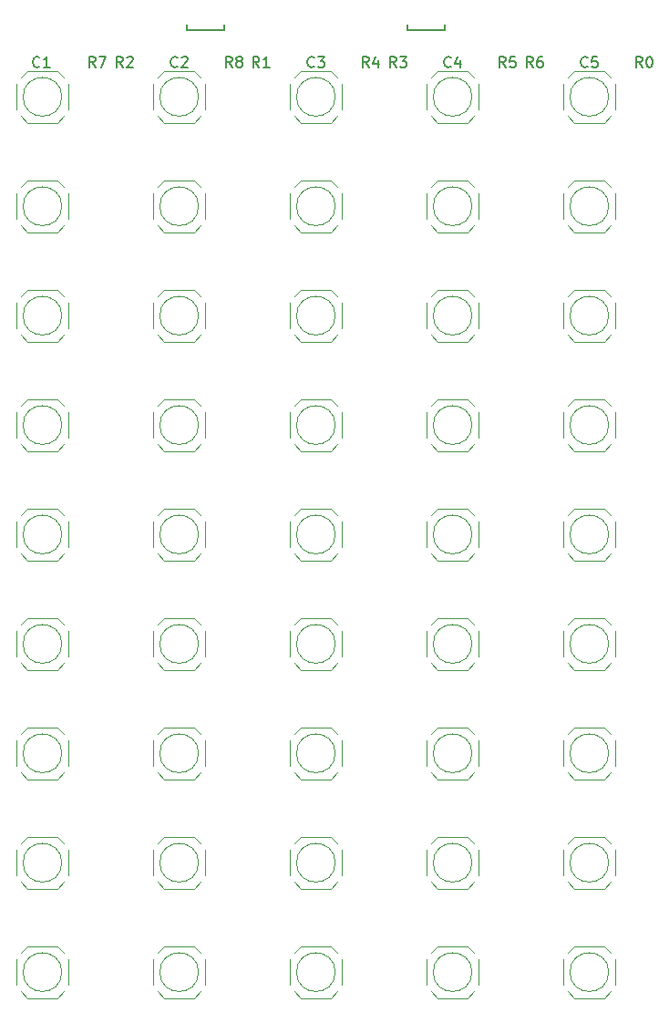
<source format=gbr>
%TF.GenerationSoftware,KiCad,Pcbnew,8.0.8*%
%TF.CreationDate,2025-01-17T20:21:58+11:00*%
%TF.ProjectId,ti59_keyboard,74693539-5f6b-4657-9962-6f6172642e6b,1*%
%TF.SameCoordinates,Original*%
%TF.FileFunction,Legend,Top*%
%TF.FilePolarity,Positive*%
%FSLAX46Y46*%
G04 Gerber Fmt 4.6, Leading zero omitted, Abs format (unit mm)*
G04 Created by KiCad (PCBNEW 8.0.8) date 2025-01-17 20:21:58*
%MOMM*%
%LPD*%
G01*
G04 APERTURE LIST*
%ADD10C,0.150000*%
%ADD11C,0.120000*%
G04 APERTURE END LIST*
D10*
X8500000Y-500000D02*
X8500000Y-1000000D01*
X-8500000Y-1000000D02*
X-8500000Y-500000D01*
X-8500000Y-1000000D02*
X-12000000Y-1000000D01*
X8500000Y-1000000D02*
X12000000Y-1000000D01*
X12000000Y-1000000D02*
X12000000Y-500000D01*
X-12000000Y-500000D02*
X-12000000Y-1000000D01*
X20153333Y-4454819D02*
X19820000Y-3978628D01*
X19581905Y-4454819D02*
X19581905Y-3454819D01*
X19581905Y-3454819D02*
X19962857Y-3454819D01*
X19962857Y-3454819D02*
X20058095Y-3502438D01*
X20058095Y-3502438D02*
X20105714Y-3550057D01*
X20105714Y-3550057D02*
X20153333Y-3645295D01*
X20153333Y-3645295D02*
X20153333Y-3788152D01*
X20153333Y-3788152D02*
X20105714Y-3883390D01*
X20105714Y-3883390D02*
X20058095Y-3931009D01*
X20058095Y-3931009D02*
X19962857Y-3978628D01*
X19962857Y-3978628D02*
X19581905Y-3978628D01*
X21010476Y-3454819D02*
X20820000Y-3454819D01*
X20820000Y-3454819D02*
X20724762Y-3502438D01*
X20724762Y-3502438D02*
X20677143Y-3550057D01*
X20677143Y-3550057D02*
X20581905Y-3692914D01*
X20581905Y-3692914D02*
X20534286Y-3883390D01*
X20534286Y-3883390D02*
X20534286Y-4264342D01*
X20534286Y-4264342D02*
X20581905Y-4359580D01*
X20581905Y-4359580D02*
X20629524Y-4407200D01*
X20629524Y-4407200D02*
X20724762Y-4454819D01*
X20724762Y-4454819D02*
X20915238Y-4454819D01*
X20915238Y-4454819D02*
X21010476Y-4407200D01*
X21010476Y-4407200D02*
X21058095Y-4359580D01*
X21058095Y-4359580D02*
X21105714Y-4264342D01*
X21105714Y-4264342D02*
X21105714Y-4026247D01*
X21105714Y-4026247D02*
X21058095Y-3931009D01*
X21058095Y-3931009D02*
X21010476Y-3883390D01*
X21010476Y-3883390D02*
X20915238Y-3835771D01*
X20915238Y-3835771D02*
X20724762Y-3835771D01*
X20724762Y-3835771D02*
X20629524Y-3883390D01*
X20629524Y-3883390D02*
X20581905Y-3931009D01*
X20581905Y-3931009D02*
X20534286Y-4026247D01*
X-12866666Y-4359580D02*
X-12914285Y-4407200D01*
X-12914285Y-4407200D02*
X-13057142Y-4454819D01*
X-13057142Y-4454819D02*
X-13152380Y-4454819D01*
X-13152380Y-4454819D02*
X-13295237Y-4407200D01*
X-13295237Y-4407200D02*
X-13390475Y-4311961D01*
X-13390475Y-4311961D02*
X-13438094Y-4216723D01*
X-13438094Y-4216723D02*
X-13485713Y-4026247D01*
X-13485713Y-4026247D02*
X-13485713Y-3883390D01*
X-13485713Y-3883390D02*
X-13438094Y-3692914D01*
X-13438094Y-3692914D02*
X-13390475Y-3597676D01*
X-13390475Y-3597676D02*
X-13295237Y-3502438D01*
X-13295237Y-3502438D02*
X-13152380Y-3454819D01*
X-13152380Y-3454819D02*
X-13057142Y-3454819D01*
X-13057142Y-3454819D02*
X-12914285Y-3502438D01*
X-12914285Y-3502438D02*
X-12866666Y-3550057D01*
X-12485713Y-3550057D02*
X-12438094Y-3502438D01*
X-12438094Y-3502438D02*
X-12342856Y-3454819D01*
X-12342856Y-3454819D02*
X-12104761Y-3454819D01*
X-12104761Y-3454819D02*
X-12009523Y-3502438D01*
X-12009523Y-3502438D02*
X-11961904Y-3550057D01*
X-11961904Y-3550057D02*
X-11914285Y-3645295D01*
X-11914285Y-3645295D02*
X-11914285Y-3740533D01*
X-11914285Y-3740533D02*
X-11961904Y-3883390D01*
X-11961904Y-3883390D02*
X-12533332Y-4454819D01*
X-12533332Y-4454819D02*
X-11914285Y-4454819D01*
X25233333Y-4359580D02*
X25185714Y-4407200D01*
X25185714Y-4407200D02*
X25042857Y-4454819D01*
X25042857Y-4454819D02*
X24947619Y-4454819D01*
X24947619Y-4454819D02*
X24804762Y-4407200D01*
X24804762Y-4407200D02*
X24709524Y-4311961D01*
X24709524Y-4311961D02*
X24661905Y-4216723D01*
X24661905Y-4216723D02*
X24614286Y-4026247D01*
X24614286Y-4026247D02*
X24614286Y-3883390D01*
X24614286Y-3883390D02*
X24661905Y-3692914D01*
X24661905Y-3692914D02*
X24709524Y-3597676D01*
X24709524Y-3597676D02*
X24804762Y-3502438D01*
X24804762Y-3502438D02*
X24947619Y-3454819D01*
X24947619Y-3454819D02*
X25042857Y-3454819D01*
X25042857Y-3454819D02*
X25185714Y-3502438D01*
X25185714Y-3502438D02*
X25233333Y-3550057D01*
X26138095Y-3454819D02*
X25661905Y-3454819D01*
X25661905Y-3454819D02*
X25614286Y-3931009D01*
X25614286Y-3931009D02*
X25661905Y-3883390D01*
X25661905Y-3883390D02*
X25757143Y-3835771D01*
X25757143Y-3835771D02*
X25995238Y-3835771D01*
X25995238Y-3835771D02*
X26090476Y-3883390D01*
X26090476Y-3883390D02*
X26138095Y-3931009D01*
X26138095Y-3931009D02*
X26185714Y-4026247D01*
X26185714Y-4026247D02*
X26185714Y-4264342D01*
X26185714Y-4264342D02*
X26138095Y-4359580D01*
X26138095Y-4359580D02*
X26090476Y-4407200D01*
X26090476Y-4407200D02*
X25995238Y-4454819D01*
X25995238Y-4454819D02*
X25757143Y-4454819D01*
X25757143Y-4454819D02*
X25661905Y-4407200D01*
X25661905Y-4407200D02*
X25614286Y-4359580D01*
X-166666Y-4359580D02*
X-214285Y-4407200D01*
X-214285Y-4407200D02*
X-357142Y-4454819D01*
X-357142Y-4454819D02*
X-452380Y-4454819D01*
X-452380Y-4454819D02*
X-595237Y-4407200D01*
X-595237Y-4407200D02*
X-690475Y-4311961D01*
X-690475Y-4311961D02*
X-738094Y-4216723D01*
X-738094Y-4216723D02*
X-785713Y-4026247D01*
X-785713Y-4026247D02*
X-785713Y-3883390D01*
X-785713Y-3883390D02*
X-738094Y-3692914D01*
X-738094Y-3692914D02*
X-690475Y-3597676D01*
X-690475Y-3597676D02*
X-595237Y-3502438D01*
X-595237Y-3502438D02*
X-452380Y-3454819D01*
X-452380Y-3454819D02*
X-357142Y-3454819D01*
X-357142Y-3454819D02*
X-214285Y-3502438D01*
X-214285Y-3502438D02*
X-166666Y-3550057D01*
X166667Y-3454819D02*
X785714Y-3454819D01*
X785714Y-3454819D02*
X452381Y-3835771D01*
X452381Y-3835771D02*
X595238Y-3835771D01*
X595238Y-3835771D02*
X690476Y-3883390D01*
X690476Y-3883390D02*
X738095Y-3931009D01*
X738095Y-3931009D02*
X785714Y-4026247D01*
X785714Y-4026247D02*
X785714Y-4264342D01*
X785714Y-4264342D02*
X738095Y-4359580D01*
X738095Y-4359580D02*
X690476Y-4407200D01*
X690476Y-4407200D02*
X595238Y-4454819D01*
X595238Y-4454819D02*
X309524Y-4454819D01*
X309524Y-4454819D02*
X214286Y-4407200D01*
X214286Y-4407200D02*
X166667Y-4359580D01*
X4913333Y-4454819D02*
X4580000Y-3978628D01*
X4341905Y-4454819D02*
X4341905Y-3454819D01*
X4341905Y-3454819D02*
X4722857Y-3454819D01*
X4722857Y-3454819D02*
X4818095Y-3502438D01*
X4818095Y-3502438D02*
X4865714Y-3550057D01*
X4865714Y-3550057D02*
X4913333Y-3645295D01*
X4913333Y-3645295D02*
X4913333Y-3788152D01*
X4913333Y-3788152D02*
X4865714Y-3883390D01*
X4865714Y-3883390D02*
X4818095Y-3931009D01*
X4818095Y-3931009D02*
X4722857Y-3978628D01*
X4722857Y-3978628D02*
X4341905Y-3978628D01*
X5770476Y-3788152D02*
X5770476Y-4454819D01*
X5532381Y-3407200D02*
X5294286Y-4121485D01*
X5294286Y-4121485D02*
X5913333Y-4121485D01*
X-20486666Y-4454819D02*
X-20819999Y-3978628D01*
X-21058094Y-4454819D02*
X-21058094Y-3454819D01*
X-21058094Y-3454819D02*
X-20677142Y-3454819D01*
X-20677142Y-3454819D02*
X-20581904Y-3502438D01*
X-20581904Y-3502438D02*
X-20534285Y-3550057D01*
X-20534285Y-3550057D02*
X-20486666Y-3645295D01*
X-20486666Y-3645295D02*
X-20486666Y-3788152D01*
X-20486666Y-3788152D02*
X-20534285Y-3883390D01*
X-20534285Y-3883390D02*
X-20581904Y-3931009D01*
X-20581904Y-3931009D02*
X-20677142Y-3978628D01*
X-20677142Y-3978628D02*
X-21058094Y-3978628D01*
X-20153332Y-3454819D02*
X-19486666Y-3454819D01*
X-19486666Y-3454819D02*
X-19915237Y-4454819D01*
X12533333Y-4359580D02*
X12485714Y-4407200D01*
X12485714Y-4407200D02*
X12342857Y-4454819D01*
X12342857Y-4454819D02*
X12247619Y-4454819D01*
X12247619Y-4454819D02*
X12104762Y-4407200D01*
X12104762Y-4407200D02*
X12009524Y-4311961D01*
X12009524Y-4311961D02*
X11961905Y-4216723D01*
X11961905Y-4216723D02*
X11914286Y-4026247D01*
X11914286Y-4026247D02*
X11914286Y-3883390D01*
X11914286Y-3883390D02*
X11961905Y-3692914D01*
X11961905Y-3692914D02*
X12009524Y-3597676D01*
X12009524Y-3597676D02*
X12104762Y-3502438D01*
X12104762Y-3502438D02*
X12247619Y-3454819D01*
X12247619Y-3454819D02*
X12342857Y-3454819D01*
X12342857Y-3454819D02*
X12485714Y-3502438D01*
X12485714Y-3502438D02*
X12533333Y-3550057D01*
X13390476Y-3788152D02*
X13390476Y-4454819D01*
X13152381Y-3407200D02*
X12914286Y-4121485D01*
X12914286Y-4121485D02*
X13533333Y-4121485D01*
X-17946666Y-4454819D02*
X-18279999Y-3978628D01*
X-18518094Y-4454819D02*
X-18518094Y-3454819D01*
X-18518094Y-3454819D02*
X-18137142Y-3454819D01*
X-18137142Y-3454819D02*
X-18041904Y-3502438D01*
X-18041904Y-3502438D02*
X-17994285Y-3550057D01*
X-17994285Y-3550057D02*
X-17946666Y-3645295D01*
X-17946666Y-3645295D02*
X-17946666Y-3788152D01*
X-17946666Y-3788152D02*
X-17994285Y-3883390D01*
X-17994285Y-3883390D02*
X-18041904Y-3931009D01*
X-18041904Y-3931009D02*
X-18137142Y-3978628D01*
X-18137142Y-3978628D02*
X-18518094Y-3978628D01*
X-17565713Y-3550057D02*
X-17518094Y-3502438D01*
X-17518094Y-3502438D02*
X-17422856Y-3454819D01*
X-17422856Y-3454819D02*
X-17184761Y-3454819D01*
X-17184761Y-3454819D02*
X-17089523Y-3502438D01*
X-17089523Y-3502438D02*
X-17041904Y-3550057D01*
X-17041904Y-3550057D02*
X-16994285Y-3645295D01*
X-16994285Y-3645295D02*
X-16994285Y-3740533D01*
X-16994285Y-3740533D02*
X-17041904Y-3883390D01*
X-17041904Y-3883390D02*
X-17613332Y-4454819D01*
X-17613332Y-4454819D02*
X-16994285Y-4454819D01*
X-5266666Y-4454819D02*
X-5599999Y-3978628D01*
X-5838094Y-4454819D02*
X-5838094Y-3454819D01*
X-5838094Y-3454819D02*
X-5457142Y-3454819D01*
X-5457142Y-3454819D02*
X-5361904Y-3502438D01*
X-5361904Y-3502438D02*
X-5314285Y-3550057D01*
X-5314285Y-3550057D02*
X-5266666Y-3645295D01*
X-5266666Y-3645295D02*
X-5266666Y-3788152D01*
X-5266666Y-3788152D02*
X-5314285Y-3883390D01*
X-5314285Y-3883390D02*
X-5361904Y-3931009D01*
X-5361904Y-3931009D02*
X-5457142Y-3978628D01*
X-5457142Y-3978628D02*
X-5838094Y-3978628D01*
X-4314285Y-4454819D02*
X-4885713Y-4454819D01*
X-4599999Y-4454819D02*
X-4599999Y-3454819D01*
X-4599999Y-3454819D02*
X-4695237Y-3597676D01*
X-4695237Y-3597676D02*
X-4790475Y-3692914D01*
X-4790475Y-3692914D02*
X-4885713Y-3740533D01*
X17613333Y-4454819D02*
X17280000Y-3978628D01*
X17041905Y-4454819D02*
X17041905Y-3454819D01*
X17041905Y-3454819D02*
X17422857Y-3454819D01*
X17422857Y-3454819D02*
X17518095Y-3502438D01*
X17518095Y-3502438D02*
X17565714Y-3550057D01*
X17565714Y-3550057D02*
X17613333Y-3645295D01*
X17613333Y-3645295D02*
X17613333Y-3788152D01*
X17613333Y-3788152D02*
X17565714Y-3883390D01*
X17565714Y-3883390D02*
X17518095Y-3931009D01*
X17518095Y-3931009D02*
X17422857Y-3978628D01*
X17422857Y-3978628D02*
X17041905Y-3978628D01*
X18518095Y-3454819D02*
X18041905Y-3454819D01*
X18041905Y-3454819D02*
X17994286Y-3931009D01*
X17994286Y-3931009D02*
X18041905Y-3883390D01*
X18041905Y-3883390D02*
X18137143Y-3835771D01*
X18137143Y-3835771D02*
X18375238Y-3835771D01*
X18375238Y-3835771D02*
X18470476Y-3883390D01*
X18470476Y-3883390D02*
X18518095Y-3931009D01*
X18518095Y-3931009D02*
X18565714Y-4026247D01*
X18565714Y-4026247D02*
X18565714Y-4264342D01*
X18565714Y-4264342D02*
X18518095Y-4359580D01*
X18518095Y-4359580D02*
X18470476Y-4407200D01*
X18470476Y-4407200D02*
X18375238Y-4454819D01*
X18375238Y-4454819D02*
X18137143Y-4454819D01*
X18137143Y-4454819D02*
X18041905Y-4407200D01*
X18041905Y-4407200D02*
X17994286Y-4359580D01*
X30313333Y-4454819D02*
X29980000Y-3978628D01*
X29741905Y-4454819D02*
X29741905Y-3454819D01*
X29741905Y-3454819D02*
X30122857Y-3454819D01*
X30122857Y-3454819D02*
X30218095Y-3502438D01*
X30218095Y-3502438D02*
X30265714Y-3550057D01*
X30265714Y-3550057D02*
X30313333Y-3645295D01*
X30313333Y-3645295D02*
X30313333Y-3788152D01*
X30313333Y-3788152D02*
X30265714Y-3883390D01*
X30265714Y-3883390D02*
X30218095Y-3931009D01*
X30218095Y-3931009D02*
X30122857Y-3978628D01*
X30122857Y-3978628D02*
X29741905Y-3978628D01*
X30932381Y-3454819D02*
X31027619Y-3454819D01*
X31027619Y-3454819D02*
X31122857Y-3502438D01*
X31122857Y-3502438D02*
X31170476Y-3550057D01*
X31170476Y-3550057D02*
X31218095Y-3645295D01*
X31218095Y-3645295D02*
X31265714Y-3835771D01*
X31265714Y-3835771D02*
X31265714Y-4073866D01*
X31265714Y-4073866D02*
X31218095Y-4264342D01*
X31218095Y-4264342D02*
X31170476Y-4359580D01*
X31170476Y-4359580D02*
X31122857Y-4407200D01*
X31122857Y-4407200D02*
X31027619Y-4454819D01*
X31027619Y-4454819D02*
X30932381Y-4454819D01*
X30932381Y-4454819D02*
X30837143Y-4407200D01*
X30837143Y-4407200D02*
X30789524Y-4359580D01*
X30789524Y-4359580D02*
X30741905Y-4264342D01*
X30741905Y-4264342D02*
X30694286Y-4073866D01*
X30694286Y-4073866D02*
X30694286Y-3835771D01*
X30694286Y-3835771D02*
X30741905Y-3645295D01*
X30741905Y-3645295D02*
X30789524Y-3550057D01*
X30789524Y-3550057D02*
X30837143Y-3502438D01*
X30837143Y-3502438D02*
X30932381Y-3454819D01*
X-7786666Y-4454819D02*
X-8119999Y-3978628D01*
X-8358094Y-4454819D02*
X-8358094Y-3454819D01*
X-8358094Y-3454819D02*
X-7977142Y-3454819D01*
X-7977142Y-3454819D02*
X-7881904Y-3502438D01*
X-7881904Y-3502438D02*
X-7834285Y-3550057D01*
X-7834285Y-3550057D02*
X-7786666Y-3645295D01*
X-7786666Y-3645295D02*
X-7786666Y-3788152D01*
X-7786666Y-3788152D02*
X-7834285Y-3883390D01*
X-7834285Y-3883390D02*
X-7881904Y-3931009D01*
X-7881904Y-3931009D02*
X-7977142Y-3978628D01*
X-7977142Y-3978628D02*
X-8358094Y-3978628D01*
X-7215237Y-3883390D02*
X-7310475Y-3835771D01*
X-7310475Y-3835771D02*
X-7358094Y-3788152D01*
X-7358094Y-3788152D02*
X-7405713Y-3692914D01*
X-7405713Y-3692914D02*
X-7405713Y-3645295D01*
X-7405713Y-3645295D02*
X-7358094Y-3550057D01*
X-7358094Y-3550057D02*
X-7310475Y-3502438D01*
X-7310475Y-3502438D02*
X-7215237Y-3454819D01*
X-7215237Y-3454819D02*
X-7024761Y-3454819D01*
X-7024761Y-3454819D02*
X-6929523Y-3502438D01*
X-6929523Y-3502438D02*
X-6881904Y-3550057D01*
X-6881904Y-3550057D02*
X-6834285Y-3645295D01*
X-6834285Y-3645295D02*
X-6834285Y-3692914D01*
X-6834285Y-3692914D02*
X-6881904Y-3788152D01*
X-6881904Y-3788152D02*
X-6929523Y-3835771D01*
X-6929523Y-3835771D02*
X-7024761Y-3883390D01*
X-7024761Y-3883390D02*
X-7215237Y-3883390D01*
X-7215237Y-3883390D02*
X-7310475Y-3931009D01*
X-7310475Y-3931009D02*
X-7358094Y-3978628D01*
X-7358094Y-3978628D02*
X-7405713Y-4073866D01*
X-7405713Y-4073866D02*
X-7405713Y-4264342D01*
X-7405713Y-4264342D02*
X-7358094Y-4359580D01*
X-7358094Y-4359580D02*
X-7310475Y-4407200D01*
X-7310475Y-4407200D02*
X-7215237Y-4454819D01*
X-7215237Y-4454819D02*
X-7024761Y-4454819D01*
X-7024761Y-4454819D02*
X-6929523Y-4407200D01*
X-6929523Y-4407200D02*
X-6881904Y-4359580D01*
X-6881904Y-4359580D02*
X-6834285Y-4264342D01*
X-6834285Y-4264342D02*
X-6834285Y-4073866D01*
X-6834285Y-4073866D02*
X-6881904Y-3978628D01*
X-6881904Y-3978628D02*
X-6929523Y-3931009D01*
X-6929523Y-3931009D02*
X-7024761Y-3883390D01*
X7453333Y-4454819D02*
X7120000Y-3978628D01*
X6881905Y-4454819D02*
X6881905Y-3454819D01*
X6881905Y-3454819D02*
X7262857Y-3454819D01*
X7262857Y-3454819D02*
X7358095Y-3502438D01*
X7358095Y-3502438D02*
X7405714Y-3550057D01*
X7405714Y-3550057D02*
X7453333Y-3645295D01*
X7453333Y-3645295D02*
X7453333Y-3788152D01*
X7453333Y-3788152D02*
X7405714Y-3883390D01*
X7405714Y-3883390D02*
X7358095Y-3931009D01*
X7358095Y-3931009D02*
X7262857Y-3978628D01*
X7262857Y-3978628D02*
X6881905Y-3978628D01*
X7786667Y-3454819D02*
X8405714Y-3454819D01*
X8405714Y-3454819D02*
X8072381Y-3835771D01*
X8072381Y-3835771D02*
X8215238Y-3835771D01*
X8215238Y-3835771D02*
X8310476Y-3883390D01*
X8310476Y-3883390D02*
X8358095Y-3931009D01*
X8358095Y-3931009D02*
X8405714Y-4026247D01*
X8405714Y-4026247D02*
X8405714Y-4264342D01*
X8405714Y-4264342D02*
X8358095Y-4359580D01*
X8358095Y-4359580D02*
X8310476Y-4407200D01*
X8310476Y-4407200D02*
X8215238Y-4454819D01*
X8215238Y-4454819D02*
X7929524Y-4454819D01*
X7929524Y-4454819D02*
X7834286Y-4407200D01*
X7834286Y-4407200D02*
X7786667Y-4359580D01*
X-25666666Y-4359580D02*
X-25714285Y-4407200D01*
X-25714285Y-4407200D02*
X-25857142Y-4454819D01*
X-25857142Y-4454819D02*
X-25952380Y-4454819D01*
X-25952380Y-4454819D02*
X-26095237Y-4407200D01*
X-26095237Y-4407200D02*
X-26190475Y-4311961D01*
X-26190475Y-4311961D02*
X-26238094Y-4216723D01*
X-26238094Y-4216723D02*
X-26285713Y-4026247D01*
X-26285713Y-4026247D02*
X-26285713Y-3883390D01*
X-26285713Y-3883390D02*
X-26238094Y-3692914D01*
X-26238094Y-3692914D02*
X-26190475Y-3597676D01*
X-26190475Y-3597676D02*
X-26095237Y-3502438D01*
X-26095237Y-3502438D02*
X-25952380Y-3454819D01*
X-25952380Y-3454819D02*
X-25857142Y-3454819D01*
X-25857142Y-3454819D02*
X-25714285Y-3502438D01*
X-25714285Y-3502438D02*
X-25666666Y-3550057D01*
X-24714285Y-4454819D02*
X-25285713Y-4454819D01*
X-24999999Y-4454819D02*
X-24999999Y-3454819D01*
X-24999999Y-3454819D02*
X-25095237Y-3597676D01*
X-25095237Y-3597676D02*
X-25190475Y-3692914D01*
X-25190475Y-3692914D02*
X-25285713Y-3740533D01*
D11*
%TO.C,SW1*%
X-27800000Y-18550000D02*
X-27800000Y-16150000D01*
X-27400000Y-15550000D02*
X-26800000Y-14950000D01*
X-26800000Y-14950000D02*
X-24000000Y-14950000D01*
X-26800000Y-19750000D02*
X-27400000Y-19150000D01*
X-24000000Y-14950000D02*
X-23400000Y-15550000D01*
X-24000000Y-19750000D02*
X-26800000Y-19750000D01*
X-23400000Y-19150000D02*
X-24000000Y-19750000D01*
X-23000000Y-16150000D02*
X-23000000Y-18550000D01*
X-23600000Y-17350000D02*
G75*
G02*
X-27200000Y-17350000I-1800000J0D01*
G01*
X-27200000Y-17350000D02*
G75*
G02*
X-23600000Y-17350000I1800000J0D01*
G01*
%TO.C,SW27*%
X-15100000Y-69350000D02*
X-15100000Y-66950000D01*
X-14700000Y-66350000D02*
X-14100000Y-65750000D01*
X-14100000Y-65750000D02*
X-11300000Y-65750000D01*
X-14100000Y-70550000D02*
X-14700000Y-69950000D01*
X-11300000Y-65750000D02*
X-10700000Y-66350000D01*
X-11300000Y-70550000D02*
X-14100000Y-70550000D01*
X-10700000Y-69950000D02*
X-11300000Y-70550000D01*
X-10300000Y-66950000D02*
X-10300000Y-69350000D01*
X-10900000Y-68150000D02*
G75*
G02*
X-14500000Y-68150000I-1800000J0D01*
G01*
X-14500000Y-68150000D02*
G75*
G02*
X-10900000Y-68150000I1800000J0D01*
G01*
%TO.C,SW7*%
X-15100000Y-28710000D02*
X-15100000Y-26310000D01*
X-14700000Y-25710000D02*
X-14100000Y-25110000D01*
X-14100000Y-25110000D02*
X-11300000Y-25110000D01*
X-14100000Y-29910000D02*
X-14700000Y-29310000D01*
X-11300000Y-25110000D02*
X-10700000Y-25710000D01*
X-11300000Y-29910000D02*
X-14100000Y-29910000D01*
X-10700000Y-29310000D02*
X-11300000Y-29910000D01*
X-10300000Y-26310000D02*
X-10300000Y-28710000D01*
X-10900000Y-27510000D02*
G75*
G02*
X-14500000Y-27510000I-1800000J0D01*
G01*
X-14500000Y-27510000D02*
G75*
G02*
X-10900000Y-27510000I1800000J0D01*
G01*
%TO.C,SW34*%
X10300000Y-79510000D02*
X10300000Y-77110000D01*
X10700000Y-76510000D02*
X11300000Y-75910000D01*
X11300000Y-75910000D02*
X14100000Y-75910000D01*
X11300000Y-80710000D02*
X10700000Y-80110000D01*
X14100000Y-75910000D02*
X14700000Y-76510000D01*
X14100000Y-80710000D02*
X11300000Y-80710000D01*
X14700000Y-80110000D02*
X14100000Y-80710000D01*
X15100000Y-77110000D02*
X15100000Y-79510000D01*
X14500000Y-78310000D02*
G75*
G02*
X10900000Y-78310000I-1800000J0D01*
G01*
X10900000Y-78310000D02*
G75*
G02*
X14500000Y-78310000I1800000J0D01*
G01*
%TO.C,SW44*%
X10300000Y-8390000D02*
X10300000Y-5990000D01*
X10700000Y-5390000D02*
X11300000Y-4790000D01*
X11300000Y-4790000D02*
X14100000Y-4790000D01*
X11300000Y-9590000D02*
X10700000Y-8990000D01*
X14100000Y-4790000D02*
X14700000Y-5390000D01*
X14100000Y-9590000D02*
X11300000Y-9590000D01*
X14700000Y-8990000D02*
X14100000Y-9590000D01*
X15100000Y-5990000D02*
X15100000Y-8390000D01*
X14500000Y-7190000D02*
G75*
G02*
X10900000Y-7190000I-1800000J0D01*
G01*
X10900000Y-7190000D02*
G75*
G02*
X14500000Y-7190000I1800000J0D01*
G01*
%TO.C,SW6*%
X-27800000Y-28710000D02*
X-27800000Y-26310000D01*
X-27400000Y-25710000D02*
X-26800000Y-25110000D01*
X-26800000Y-25110000D02*
X-24000000Y-25110000D01*
X-26800000Y-29910000D02*
X-27400000Y-29310000D01*
X-24000000Y-25110000D02*
X-23400000Y-25710000D01*
X-24000000Y-29910000D02*
X-26800000Y-29910000D01*
X-23400000Y-29310000D02*
X-24000000Y-29910000D01*
X-23000000Y-26310000D02*
X-23000000Y-28710000D01*
X-23600000Y-27510000D02*
G75*
G02*
X-27200000Y-27510000I-1800000J0D01*
G01*
X-27200000Y-27510000D02*
G75*
G02*
X-23600000Y-27510000I1800000J0D01*
G01*
%TO.C,SW33*%
X-2400000Y-79510000D02*
X-2400000Y-77110000D01*
X-2000000Y-76510000D02*
X-1400000Y-75910000D01*
X-1400000Y-75910000D02*
X1400000Y-75910000D01*
X-1400000Y-80710000D02*
X-2000000Y-80110000D01*
X1400000Y-75910000D02*
X2000000Y-76510000D01*
X1400000Y-80710000D02*
X-1400000Y-80710000D01*
X2000000Y-80110000D02*
X1400000Y-80710000D01*
X2400000Y-77110000D02*
X2400000Y-79510000D01*
X1800000Y-78310000D02*
G75*
G02*
X-1800000Y-78310000I-1800000J0D01*
G01*
X-1800000Y-78310000D02*
G75*
G02*
X1800000Y-78310000I1800000J0D01*
G01*
%TO.C,SW17*%
X-15100000Y-49030000D02*
X-15100000Y-46630000D01*
X-14700000Y-46030000D02*
X-14100000Y-45430000D01*
X-14100000Y-45430000D02*
X-11300000Y-45430000D01*
X-14100000Y-50230000D02*
X-14700000Y-49630000D01*
X-11300000Y-45430000D02*
X-10700000Y-46030000D01*
X-11300000Y-50230000D02*
X-14100000Y-50230000D01*
X-10700000Y-49630000D02*
X-11300000Y-50230000D01*
X-10300000Y-46630000D02*
X-10300000Y-49030000D01*
X-10900000Y-47830000D02*
G75*
G02*
X-14500000Y-47830000I-1800000J0D01*
G01*
X-14500000Y-47830000D02*
G75*
G02*
X-10900000Y-47830000I1800000J0D01*
G01*
%TO.C,SW2*%
X-15100000Y-18550000D02*
X-15100000Y-16150000D01*
X-14700000Y-15550000D02*
X-14100000Y-14950000D01*
X-14100000Y-14950000D02*
X-11300000Y-14950000D01*
X-14100000Y-19750000D02*
X-14700000Y-19150000D01*
X-11300000Y-14950000D02*
X-10700000Y-15550000D01*
X-11300000Y-19750000D02*
X-14100000Y-19750000D01*
X-10700000Y-19150000D02*
X-11300000Y-19750000D01*
X-10300000Y-16150000D02*
X-10300000Y-18550000D01*
X-10900000Y-17350000D02*
G75*
G02*
X-14500000Y-17350000I-1800000J0D01*
G01*
X-14500000Y-17350000D02*
G75*
G02*
X-10900000Y-17350000I1800000J0D01*
G01*
%TO.C,SW28*%
X-2400000Y-69350000D02*
X-2400000Y-66950000D01*
X-2000000Y-66350000D02*
X-1400000Y-65750000D01*
X-1400000Y-65750000D02*
X1400000Y-65750000D01*
X-1400000Y-70550000D02*
X-2000000Y-69950000D01*
X1400000Y-65750000D02*
X2000000Y-66350000D01*
X1400000Y-70550000D02*
X-1400000Y-70550000D01*
X2000000Y-69950000D02*
X1400000Y-70550000D01*
X2400000Y-66950000D02*
X2400000Y-69350000D01*
X1800000Y-68150000D02*
G75*
G02*
X-1800000Y-68150000I-1800000J0D01*
G01*
X-1800000Y-68150000D02*
G75*
G02*
X1800000Y-68150000I1800000J0D01*
G01*
%TO.C,SW19*%
X10300000Y-49030000D02*
X10300000Y-46630000D01*
X10700000Y-46030000D02*
X11300000Y-45430000D01*
X11300000Y-45430000D02*
X14100000Y-45430000D01*
X11300000Y-50230000D02*
X10700000Y-49630000D01*
X14100000Y-45430000D02*
X14700000Y-46030000D01*
X14100000Y-50230000D02*
X11300000Y-50230000D01*
X14700000Y-49630000D02*
X14100000Y-50230000D01*
X15100000Y-46630000D02*
X15100000Y-49030000D01*
X14500000Y-47830000D02*
G75*
G02*
X10900000Y-47830000I-1800000J0D01*
G01*
X10900000Y-47830000D02*
G75*
G02*
X14500000Y-47830000I1800000J0D01*
G01*
%TO.C,SW8*%
X-2400000Y-28710000D02*
X-2400000Y-26310000D01*
X-2000000Y-25710000D02*
X-1400000Y-25110000D01*
X-1400000Y-25110000D02*
X1400000Y-25110000D01*
X-1400000Y-29910000D02*
X-2000000Y-29310000D01*
X1400000Y-25110000D02*
X2000000Y-25710000D01*
X1400000Y-29910000D02*
X-1400000Y-29910000D01*
X2000000Y-29310000D02*
X1400000Y-29910000D01*
X2400000Y-26310000D02*
X2400000Y-28710000D01*
X1800000Y-27510000D02*
G75*
G02*
X-1800000Y-27510000I-1800000J0D01*
G01*
X-1800000Y-27510000D02*
G75*
G02*
X1800000Y-27510000I1800000J0D01*
G01*
%TO.C,SW40*%
X23000000Y-89670000D02*
X23000000Y-87270000D01*
X23400000Y-86670000D02*
X24000000Y-86070000D01*
X24000000Y-86070000D02*
X26800000Y-86070000D01*
X24000000Y-90870000D02*
X23400000Y-90270000D01*
X26800000Y-86070000D02*
X27400000Y-86670000D01*
X26800000Y-90870000D02*
X24000000Y-90870000D01*
X27400000Y-90270000D02*
X26800000Y-90870000D01*
X27800000Y-87270000D02*
X27800000Y-89670000D01*
X27200000Y-88470000D02*
G75*
G02*
X23600000Y-88470000I-1800000J0D01*
G01*
X23600000Y-88470000D02*
G75*
G02*
X27200000Y-88470000I1800000J0D01*
G01*
%TO.C,SW39*%
X10300000Y-89670000D02*
X10300000Y-87270000D01*
X10700000Y-86670000D02*
X11300000Y-86070000D01*
X11300000Y-86070000D02*
X14100000Y-86070000D01*
X11300000Y-90870000D02*
X10700000Y-90270000D01*
X14100000Y-86070000D02*
X14700000Y-86670000D01*
X14100000Y-90870000D02*
X11300000Y-90870000D01*
X14700000Y-90270000D02*
X14100000Y-90870000D01*
X15100000Y-87270000D02*
X15100000Y-89670000D01*
X14500000Y-88470000D02*
G75*
G02*
X10900000Y-88470000I-1800000J0D01*
G01*
X10900000Y-88470000D02*
G75*
G02*
X14500000Y-88470000I1800000J0D01*
G01*
%TO.C,SW20*%
X23000000Y-49030000D02*
X23000000Y-46630000D01*
X23400000Y-46030000D02*
X24000000Y-45430000D01*
X24000000Y-45430000D02*
X26800000Y-45430000D01*
X24000000Y-50230000D02*
X23400000Y-49630000D01*
X26800000Y-45430000D02*
X27400000Y-46030000D01*
X26800000Y-50230000D02*
X24000000Y-50230000D01*
X27400000Y-49630000D02*
X26800000Y-50230000D01*
X27800000Y-46630000D02*
X27800000Y-49030000D01*
X27200000Y-47830000D02*
G75*
G02*
X23600000Y-47830000I-1800000J0D01*
G01*
X23600000Y-47830000D02*
G75*
G02*
X27200000Y-47830000I1800000J0D01*
G01*
%TO.C,SW26*%
X-27800000Y-69350000D02*
X-27800000Y-66950000D01*
X-27400000Y-66350000D02*
X-26800000Y-65750000D01*
X-26800000Y-65750000D02*
X-24000000Y-65750000D01*
X-26800000Y-70550000D02*
X-27400000Y-69950000D01*
X-24000000Y-65750000D02*
X-23400000Y-66350000D01*
X-24000000Y-70550000D02*
X-26800000Y-70550000D01*
X-23400000Y-69950000D02*
X-24000000Y-70550000D01*
X-23000000Y-66950000D02*
X-23000000Y-69350000D01*
X-23600000Y-68150000D02*
G75*
G02*
X-27200000Y-68150000I-1800000J0D01*
G01*
X-27200000Y-68150000D02*
G75*
G02*
X-23600000Y-68150000I1800000J0D01*
G01*
%TO.C,SW45*%
X23000000Y-8390000D02*
X23000000Y-5990000D01*
X23400000Y-5390000D02*
X24000000Y-4790000D01*
X24000000Y-4790000D02*
X26800000Y-4790000D01*
X24000000Y-9590000D02*
X23400000Y-8990000D01*
X26800000Y-4790000D02*
X27400000Y-5390000D01*
X26800000Y-9590000D02*
X24000000Y-9590000D01*
X27400000Y-8990000D02*
X26800000Y-9590000D01*
X27800000Y-5990000D02*
X27800000Y-8390000D01*
X27200000Y-7190000D02*
G75*
G02*
X23600000Y-7190000I-1800000J0D01*
G01*
X23600000Y-7190000D02*
G75*
G02*
X27200000Y-7190000I1800000J0D01*
G01*
%TO.C,SW5*%
X23000000Y-18550000D02*
X23000000Y-16150000D01*
X23400000Y-15550000D02*
X24000000Y-14950000D01*
X24000000Y-14950000D02*
X26800000Y-14950000D01*
X24000000Y-19750000D02*
X23400000Y-19150000D01*
X26800000Y-14950000D02*
X27400000Y-15550000D01*
X26800000Y-19750000D02*
X24000000Y-19750000D01*
X27400000Y-19150000D02*
X26800000Y-19750000D01*
X27800000Y-16150000D02*
X27800000Y-18550000D01*
X27200000Y-17350000D02*
G75*
G02*
X23600000Y-17350000I-1800000J0D01*
G01*
X23600000Y-17350000D02*
G75*
G02*
X27200000Y-17350000I1800000J0D01*
G01*
%TO.C,SW15*%
X23000000Y-38870000D02*
X23000000Y-36470000D01*
X23400000Y-35870000D02*
X24000000Y-35270000D01*
X24000000Y-35270000D02*
X26800000Y-35270000D01*
X24000000Y-40070000D02*
X23400000Y-39470000D01*
X26800000Y-35270000D02*
X27400000Y-35870000D01*
X26800000Y-40070000D02*
X24000000Y-40070000D01*
X27400000Y-39470000D02*
X26800000Y-40070000D01*
X27800000Y-36470000D02*
X27800000Y-38870000D01*
X27200000Y-37670000D02*
G75*
G02*
X23600000Y-37670000I-1800000J0D01*
G01*
X23600000Y-37670000D02*
G75*
G02*
X27200000Y-37670000I1800000J0D01*
G01*
%TO.C,SW4*%
X10300000Y-18550000D02*
X10300000Y-16150000D01*
X10700000Y-15550000D02*
X11300000Y-14950000D01*
X11300000Y-14950000D02*
X14100000Y-14950000D01*
X11300000Y-19750000D02*
X10700000Y-19150000D01*
X14100000Y-14950000D02*
X14700000Y-15550000D01*
X14100000Y-19750000D02*
X11300000Y-19750000D01*
X14700000Y-19150000D02*
X14100000Y-19750000D01*
X15100000Y-16150000D02*
X15100000Y-18550000D01*
X14500000Y-17350000D02*
G75*
G02*
X10900000Y-17350000I-1800000J0D01*
G01*
X10900000Y-17350000D02*
G75*
G02*
X14500000Y-17350000I1800000J0D01*
G01*
%TO.C,SW37*%
X-15100000Y-89670000D02*
X-15100000Y-87270000D01*
X-14700000Y-86670000D02*
X-14100000Y-86070000D01*
X-14100000Y-86070000D02*
X-11300000Y-86070000D01*
X-14100000Y-90870000D02*
X-14700000Y-90270000D01*
X-11300000Y-86070000D02*
X-10700000Y-86670000D01*
X-11300000Y-90870000D02*
X-14100000Y-90870000D01*
X-10700000Y-90270000D02*
X-11300000Y-90870000D01*
X-10300000Y-87270000D02*
X-10300000Y-89670000D01*
X-10900000Y-88470000D02*
G75*
G02*
X-14500000Y-88470000I-1800000J0D01*
G01*
X-14500000Y-88470000D02*
G75*
G02*
X-10900000Y-88470000I1800000J0D01*
G01*
%TO.C,SW21*%
X-27800000Y-59190000D02*
X-27800000Y-56790000D01*
X-27400000Y-56190000D02*
X-26800000Y-55590000D01*
X-26800000Y-55590000D02*
X-24000000Y-55590000D01*
X-26800000Y-60390000D02*
X-27400000Y-59790000D01*
X-24000000Y-55590000D02*
X-23400000Y-56190000D01*
X-24000000Y-60390000D02*
X-26800000Y-60390000D01*
X-23400000Y-59790000D02*
X-24000000Y-60390000D01*
X-23000000Y-56790000D02*
X-23000000Y-59190000D01*
X-23600000Y-57990000D02*
G75*
G02*
X-27200000Y-57990000I-1800000J0D01*
G01*
X-27200000Y-57990000D02*
G75*
G02*
X-23600000Y-57990000I1800000J0D01*
G01*
%TO.C,SW16*%
X-27800000Y-49030000D02*
X-27800000Y-46630000D01*
X-27400000Y-46030000D02*
X-26800000Y-45430000D01*
X-26800000Y-45430000D02*
X-24000000Y-45430000D01*
X-26800000Y-50230000D02*
X-27400000Y-49630000D01*
X-24000000Y-45430000D02*
X-23400000Y-46030000D01*
X-24000000Y-50230000D02*
X-26800000Y-50230000D01*
X-23400000Y-49630000D02*
X-24000000Y-50230000D01*
X-23000000Y-46630000D02*
X-23000000Y-49030000D01*
X-23600000Y-47830000D02*
G75*
G02*
X-27200000Y-47830000I-1800000J0D01*
G01*
X-27200000Y-47830000D02*
G75*
G02*
X-23600000Y-47830000I1800000J0D01*
G01*
%TO.C,SW43*%
X-2400000Y-8390000D02*
X-2400000Y-5990000D01*
X-2000000Y-5390000D02*
X-1400000Y-4790000D01*
X-1400000Y-4790000D02*
X1400000Y-4790000D01*
X-1400000Y-9590000D02*
X-2000000Y-8990000D01*
X1400000Y-4790000D02*
X2000000Y-5390000D01*
X1400000Y-9590000D02*
X-1400000Y-9590000D01*
X2000000Y-8990000D02*
X1400000Y-9590000D01*
X2400000Y-5990000D02*
X2400000Y-8390000D01*
X1800000Y-7190000D02*
G75*
G02*
X-1800000Y-7190000I-1800000J0D01*
G01*
X-1800000Y-7190000D02*
G75*
G02*
X1800000Y-7190000I1800000J0D01*
G01*
%TO.C,SW3*%
X-2400000Y-18550000D02*
X-2400000Y-16150000D01*
X-2000000Y-15550000D02*
X-1400000Y-14950000D01*
X-1400000Y-14950000D02*
X1400000Y-14950000D01*
X-1400000Y-19750000D02*
X-2000000Y-19150000D01*
X1400000Y-14950000D02*
X2000000Y-15550000D01*
X1400000Y-19750000D02*
X-1400000Y-19750000D01*
X2000000Y-19150000D02*
X1400000Y-19750000D01*
X2400000Y-16150000D02*
X2400000Y-18550000D01*
X1800000Y-17350000D02*
G75*
G02*
X-1800000Y-17350000I-1800000J0D01*
G01*
X-1800000Y-17350000D02*
G75*
G02*
X1800000Y-17350000I1800000J0D01*
G01*
%TO.C,SW35*%
X23000000Y-79510000D02*
X23000000Y-77110000D01*
X23400000Y-76510000D02*
X24000000Y-75910000D01*
X24000000Y-75910000D02*
X26800000Y-75910000D01*
X24000000Y-80710000D02*
X23400000Y-80110000D01*
X26800000Y-75910000D02*
X27400000Y-76510000D01*
X26800000Y-80710000D02*
X24000000Y-80710000D01*
X27400000Y-80110000D02*
X26800000Y-80710000D01*
X27800000Y-77110000D02*
X27800000Y-79510000D01*
X27200000Y-78310000D02*
G75*
G02*
X23600000Y-78310000I-1800000J0D01*
G01*
X23600000Y-78310000D02*
G75*
G02*
X27200000Y-78310000I1800000J0D01*
G01*
%TO.C,SW32*%
X-15100000Y-79510000D02*
X-15100000Y-77110000D01*
X-14700000Y-76510000D02*
X-14100000Y-75910000D01*
X-14100000Y-75910000D02*
X-11300000Y-75910000D01*
X-14100000Y-80710000D02*
X-14700000Y-80110000D01*
X-11300000Y-75910000D02*
X-10700000Y-76510000D01*
X-11300000Y-80710000D02*
X-14100000Y-80710000D01*
X-10700000Y-80110000D02*
X-11300000Y-80710000D01*
X-10300000Y-77110000D02*
X-10300000Y-79510000D01*
X-10900000Y-78310000D02*
G75*
G02*
X-14500000Y-78310000I-1800000J0D01*
G01*
X-14500000Y-78310000D02*
G75*
G02*
X-10900000Y-78310000I1800000J0D01*
G01*
%TO.C,SW41*%
X-27800000Y-8390000D02*
X-27800000Y-5990000D01*
X-27400000Y-5390000D02*
X-26800000Y-4790000D01*
X-26800000Y-4790000D02*
X-24000000Y-4790000D01*
X-26800000Y-9590000D02*
X-27400000Y-8990000D01*
X-24000000Y-4790000D02*
X-23400000Y-5390000D01*
X-24000000Y-9590000D02*
X-26800000Y-9590000D01*
X-23400000Y-8990000D02*
X-24000000Y-9590000D01*
X-23000000Y-5990000D02*
X-23000000Y-8390000D01*
X-23600000Y-7190000D02*
G75*
G02*
X-27200000Y-7190000I-1800000J0D01*
G01*
X-27200000Y-7190000D02*
G75*
G02*
X-23600000Y-7190000I1800000J0D01*
G01*
%TO.C,SW12*%
X-15100000Y-38870000D02*
X-15100000Y-36470000D01*
X-14700000Y-35870000D02*
X-14100000Y-35270000D01*
X-14100000Y-35270000D02*
X-11300000Y-35270000D01*
X-14100000Y-40070000D02*
X-14700000Y-39470000D01*
X-11300000Y-35270000D02*
X-10700000Y-35870000D01*
X-11300000Y-40070000D02*
X-14100000Y-40070000D01*
X-10700000Y-39470000D02*
X-11300000Y-40070000D01*
X-10300000Y-36470000D02*
X-10300000Y-38870000D01*
X-10900000Y-37670000D02*
G75*
G02*
X-14500000Y-37670000I-1800000J0D01*
G01*
X-14500000Y-37670000D02*
G75*
G02*
X-10900000Y-37670000I1800000J0D01*
G01*
%TO.C,SW14*%
X10300000Y-38870000D02*
X10300000Y-36470000D01*
X10700000Y-35870000D02*
X11300000Y-35270000D01*
X11300000Y-35270000D02*
X14100000Y-35270000D01*
X11300000Y-40070000D02*
X10700000Y-39470000D01*
X14100000Y-35270000D02*
X14700000Y-35870000D01*
X14100000Y-40070000D02*
X11300000Y-40070000D01*
X14700000Y-39470000D02*
X14100000Y-40070000D01*
X15100000Y-36470000D02*
X15100000Y-38870000D01*
X14500000Y-37670000D02*
G75*
G02*
X10900000Y-37670000I-1800000J0D01*
G01*
X10900000Y-37670000D02*
G75*
G02*
X14500000Y-37670000I1800000J0D01*
G01*
%TO.C,SW24*%
X10300000Y-59190000D02*
X10300000Y-56790000D01*
X10700000Y-56190000D02*
X11300000Y-55590000D01*
X11300000Y-55590000D02*
X14100000Y-55590000D01*
X11300000Y-60390000D02*
X10700000Y-59790000D01*
X14100000Y-55590000D02*
X14700000Y-56190000D01*
X14100000Y-60390000D02*
X11300000Y-60390000D01*
X14700000Y-59790000D02*
X14100000Y-60390000D01*
X15100000Y-56790000D02*
X15100000Y-59190000D01*
X14500000Y-57990000D02*
G75*
G02*
X10900000Y-57990000I-1800000J0D01*
G01*
X10900000Y-57990000D02*
G75*
G02*
X14500000Y-57990000I1800000J0D01*
G01*
%TO.C,SW9*%
X10300000Y-28710000D02*
X10300000Y-26310000D01*
X10700000Y-25710000D02*
X11300000Y-25110000D01*
X11300000Y-25110000D02*
X14100000Y-25110000D01*
X11300000Y-29910000D02*
X10700000Y-29310000D01*
X14100000Y-25110000D02*
X14700000Y-25710000D01*
X14100000Y-29910000D02*
X11300000Y-29910000D01*
X14700000Y-29310000D02*
X14100000Y-29910000D01*
X15100000Y-26310000D02*
X15100000Y-28710000D01*
X14500000Y-27510000D02*
G75*
G02*
X10900000Y-27510000I-1800000J0D01*
G01*
X10900000Y-27510000D02*
G75*
G02*
X14500000Y-27510000I1800000J0D01*
G01*
%TO.C,SW29*%
X10300000Y-69350000D02*
X10300000Y-66950000D01*
X10700000Y-66350000D02*
X11300000Y-65750000D01*
X11300000Y-65750000D02*
X14100000Y-65750000D01*
X11300000Y-70550000D02*
X10700000Y-69950000D01*
X14100000Y-65750000D02*
X14700000Y-66350000D01*
X14100000Y-70550000D02*
X11300000Y-70550000D01*
X14700000Y-69950000D02*
X14100000Y-70550000D01*
X15100000Y-66950000D02*
X15100000Y-69350000D01*
X14500000Y-68150000D02*
G75*
G02*
X10900000Y-68150000I-1800000J0D01*
G01*
X10900000Y-68150000D02*
G75*
G02*
X14500000Y-68150000I1800000J0D01*
G01*
%TO.C,SW36*%
X-27800000Y-89670000D02*
X-27800000Y-87270000D01*
X-27400000Y-86670000D02*
X-26800000Y-86070000D01*
X-26800000Y-86070000D02*
X-24000000Y-86070000D01*
X-26800000Y-90870000D02*
X-27400000Y-90270000D01*
X-24000000Y-86070000D02*
X-23400000Y-86670000D01*
X-24000000Y-90870000D02*
X-26800000Y-90870000D01*
X-23400000Y-90270000D02*
X-24000000Y-90870000D01*
X-23000000Y-87270000D02*
X-23000000Y-89670000D01*
X-23600000Y-88470000D02*
G75*
G02*
X-27200000Y-88470000I-1800000J0D01*
G01*
X-27200000Y-88470000D02*
G75*
G02*
X-23600000Y-88470000I1800000J0D01*
G01*
%TO.C,SW22*%
X-15100000Y-59190000D02*
X-15100000Y-56790000D01*
X-14700000Y-56190000D02*
X-14100000Y-55590000D01*
X-14100000Y-55590000D02*
X-11300000Y-55590000D01*
X-14100000Y-60390000D02*
X-14700000Y-59790000D01*
X-11300000Y-55590000D02*
X-10700000Y-56190000D01*
X-11300000Y-60390000D02*
X-14100000Y-60390000D01*
X-10700000Y-59790000D02*
X-11300000Y-60390000D01*
X-10300000Y-56790000D02*
X-10300000Y-59190000D01*
X-10900000Y-57990000D02*
G75*
G02*
X-14500000Y-57990000I-1800000J0D01*
G01*
X-14500000Y-57990000D02*
G75*
G02*
X-10900000Y-57990000I1800000J0D01*
G01*
%TO.C,SW11*%
X-27800000Y-38870000D02*
X-27800000Y-36470000D01*
X-27400000Y-35870000D02*
X-26800000Y-35270000D01*
X-26800000Y-35270000D02*
X-24000000Y-35270000D01*
X-26800000Y-40070000D02*
X-27400000Y-39470000D01*
X-24000000Y-35270000D02*
X-23400000Y-35870000D01*
X-24000000Y-40070000D02*
X-26800000Y-40070000D01*
X-23400000Y-39470000D02*
X-24000000Y-40070000D01*
X-23000000Y-36470000D02*
X-23000000Y-38870000D01*
X-23600000Y-37670000D02*
G75*
G02*
X-27200000Y-37670000I-1800000J0D01*
G01*
X-27200000Y-37670000D02*
G75*
G02*
X-23600000Y-37670000I1800000J0D01*
G01*
%TO.C,SW42*%
X-15100000Y-8390000D02*
X-15100000Y-5990000D01*
X-14700000Y-5390000D02*
X-14100000Y-4790000D01*
X-14100000Y-4790000D02*
X-11300000Y-4790000D01*
X-14100000Y-9590000D02*
X-14700000Y-8990000D01*
X-11300000Y-4790000D02*
X-10700000Y-5390000D01*
X-11300000Y-9590000D02*
X-14100000Y-9590000D01*
X-10700000Y-8990000D02*
X-11300000Y-9590000D01*
X-10300000Y-5990000D02*
X-10300000Y-8390000D01*
X-10900000Y-7190000D02*
G75*
G02*
X-14500000Y-7190000I-1800000J0D01*
G01*
X-14500000Y-7190000D02*
G75*
G02*
X-10900000Y-7190000I1800000J0D01*
G01*
%TO.C,SW25*%
X23000000Y-59190000D02*
X23000000Y-56790000D01*
X23400000Y-56190000D02*
X24000000Y-55590000D01*
X24000000Y-55590000D02*
X26800000Y-55590000D01*
X24000000Y-60390000D02*
X23400000Y-59790000D01*
X26800000Y-55590000D02*
X27400000Y-56190000D01*
X26800000Y-60390000D02*
X24000000Y-60390000D01*
X27400000Y-59790000D02*
X26800000Y-60390000D01*
X27800000Y-56790000D02*
X27800000Y-59190000D01*
X27200000Y-57990000D02*
G75*
G02*
X23600000Y-57990000I-1800000J0D01*
G01*
X23600000Y-57990000D02*
G75*
G02*
X27200000Y-57990000I1800000J0D01*
G01*
%TO.C,SW13*%
X-2400000Y-38870000D02*
X-2400000Y-36470000D01*
X-2000000Y-35870000D02*
X-1400000Y-35270000D01*
X-1400000Y-35270000D02*
X1400000Y-35270000D01*
X-1400000Y-40070000D02*
X-2000000Y-39470000D01*
X1400000Y-35270000D02*
X2000000Y-35870000D01*
X1400000Y-40070000D02*
X-1400000Y-40070000D01*
X2000000Y-39470000D02*
X1400000Y-40070000D01*
X2400000Y-36470000D02*
X2400000Y-38870000D01*
X1800000Y-37670000D02*
G75*
G02*
X-1800000Y-37670000I-1800000J0D01*
G01*
X-1800000Y-37670000D02*
G75*
G02*
X1800000Y-37670000I1800000J0D01*
G01*
%TO.C,SW30*%
X23000000Y-69350000D02*
X23000000Y-66950000D01*
X23400000Y-66350000D02*
X24000000Y-65750000D01*
X24000000Y-65750000D02*
X26800000Y-65750000D01*
X24000000Y-70550000D02*
X23400000Y-69950000D01*
X26800000Y-65750000D02*
X27400000Y-66350000D01*
X26800000Y-70550000D02*
X24000000Y-70550000D01*
X27400000Y-69950000D02*
X26800000Y-70550000D01*
X27800000Y-66950000D02*
X27800000Y-69350000D01*
X27200000Y-68150000D02*
G75*
G02*
X23600000Y-68150000I-1800000J0D01*
G01*
X23600000Y-68150000D02*
G75*
G02*
X27200000Y-68150000I1800000J0D01*
G01*
%TO.C,SW31*%
X-27800000Y-79510000D02*
X-27800000Y-77110000D01*
X-27400000Y-76510000D02*
X-26800000Y-75910000D01*
X-26800000Y-75910000D02*
X-24000000Y-75910000D01*
X-26800000Y-80710000D02*
X-27400000Y-80110000D01*
X-24000000Y-75910000D02*
X-23400000Y-76510000D01*
X-24000000Y-80710000D02*
X-26800000Y-80710000D01*
X-23400000Y-80110000D02*
X-24000000Y-80710000D01*
X-23000000Y-77110000D02*
X-23000000Y-79510000D01*
X-23600000Y-78310000D02*
G75*
G02*
X-27200000Y-78310000I-1800000J0D01*
G01*
X-27200000Y-78310000D02*
G75*
G02*
X-23600000Y-78310000I1800000J0D01*
G01*
%TO.C,SW10*%
X23000000Y-28710000D02*
X23000000Y-26310000D01*
X23400000Y-25710000D02*
X24000000Y-25110000D01*
X24000000Y-25110000D02*
X26800000Y-25110000D01*
X24000000Y-29910000D02*
X23400000Y-29310000D01*
X26800000Y-25110000D02*
X27400000Y-25710000D01*
X26800000Y-29910000D02*
X24000000Y-29910000D01*
X27400000Y-29310000D02*
X26800000Y-29910000D01*
X27800000Y-26310000D02*
X27800000Y-28710000D01*
X27200000Y-27510000D02*
G75*
G02*
X23600000Y-27510000I-1800000J0D01*
G01*
X23600000Y-27510000D02*
G75*
G02*
X27200000Y-27510000I1800000J0D01*
G01*
%TO.C,SW38*%
X-2400000Y-89670000D02*
X-2400000Y-87270000D01*
X-2000000Y-86670000D02*
X-1400000Y-86070000D01*
X-1400000Y-86070000D02*
X1400000Y-86070000D01*
X-1400000Y-90870000D02*
X-2000000Y-90270000D01*
X1400000Y-86070000D02*
X2000000Y-86670000D01*
X1400000Y-90870000D02*
X-1400000Y-90870000D01*
X2000000Y-90270000D02*
X1400000Y-90870000D01*
X2400000Y-87270000D02*
X2400000Y-89670000D01*
X1800000Y-88470000D02*
G75*
G02*
X-1800000Y-88470000I-1800000J0D01*
G01*
X-1800000Y-88470000D02*
G75*
G02*
X1800000Y-88470000I1800000J0D01*
G01*
%TO.C,SW23*%
X-2400000Y-59190000D02*
X-2400000Y-56790000D01*
X-2000000Y-56190000D02*
X-1400000Y-55590000D01*
X-1400000Y-55590000D02*
X1400000Y-55590000D01*
X-1400000Y-60390000D02*
X-2000000Y-59790000D01*
X1400000Y-55590000D02*
X2000000Y-56190000D01*
X1400000Y-60390000D02*
X-1400000Y-60390000D01*
X2000000Y-59790000D02*
X1400000Y-60390000D01*
X2400000Y-56790000D02*
X2400000Y-59190000D01*
X1800000Y-57990000D02*
G75*
G02*
X-1800000Y-57990000I-1800000J0D01*
G01*
X-1800000Y-57990000D02*
G75*
G02*
X1800000Y-57990000I1800000J0D01*
G01*
%TO.C,SW18*%
X-2400000Y-49030000D02*
X-2400000Y-46630000D01*
X-2000000Y-46030000D02*
X-1400000Y-45430000D01*
X-1400000Y-45430000D02*
X1400000Y-45430000D01*
X-1400000Y-50230000D02*
X-2000000Y-49630000D01*
X1400000Y-45430000D02*
X2000000Y-46030000D01*
X1400000Y-50230000D02*
X-1400000Y-50230000D01*
X2000000Y-49630000D02*
X1400000Y-50230000D01*
X2400000Y-46630000D02*
X2400000Y-49030000D01*
X1800000Y-47830000D02*
G75*
G02*
X-1800000Y-47830000I-1800000J0D01*
G01*
X-1800000Y-47830000D02*
G75*
G02*
X1800000Y-47830000I1800000J0D01*
G01*
%TD*%
M02*

</source>
